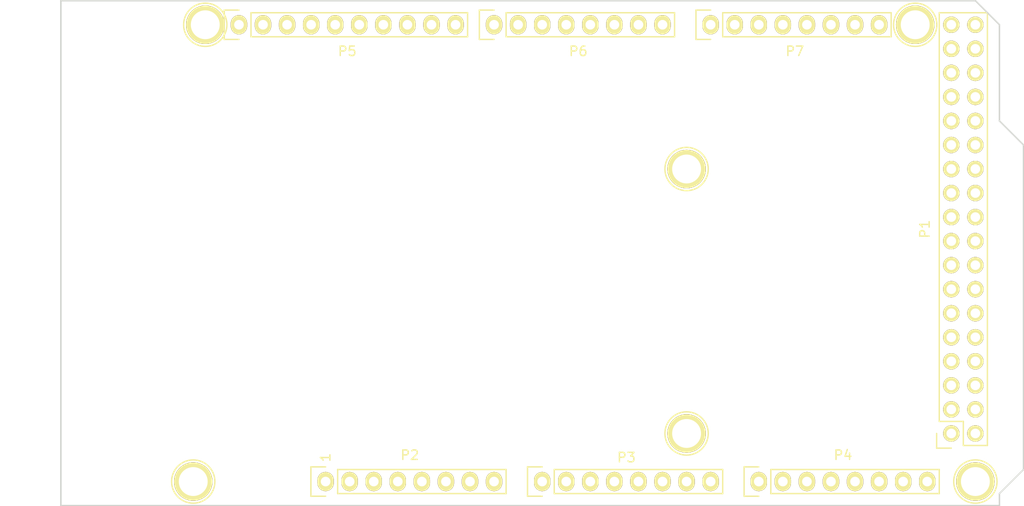
<source format=kicad_pcb>
(kicad_pcb (version 20221018) (generator pcbnew)
  (title_block (date "mar. 31 mars 2015"))
  (layers (0 "F.Cu" signal) (31 "B.Cu" signal) (34 "B.Paste" user) (35 "F.Paste" user) (36 "B.SilkS" user "B.Silkscreen") (37 "F.SilkS" user "F.Silkscreen") (38 "B.Mask" user) (39 "F.Mask" user) (44 "Edge.Cuts" user))
  (net 0 "")
  (net 1 "GND")
  (net 2 "/52(SCK)")
  (net 3 "/53(SS)")
  (net 4 "/50(MISO)")
  (net 5 "/51(MOSI)")
  (net 6 "/48")
  (net 7 "/49")
  (net 8 "/46")
  (net 9 "/47")
  (net 10 "/44")
  (net 11 "/45")
  (net 12 "/42")
  (net 13 "/43")
  (net 14 "/40")
  (net 15 "/41")
  (net 16 "/38")
  (net 17 "/39")
  (net 18 "/36")
  (net 19 "/37")
  (net 20 "/34")
  (net 21 "/35")
  (net 22 "/32")
  (net 23 "/33")
  (net 24 "/30")
  (net 25 "/31")
  (net 26 "/28")
  (net 27 "/29")
  (net 28 "/26")
  (net 29 "/27")
  (net 30 "/24")
  (net 31 "/25")
  (net 32 "/22")
  (net 33 "/23")
  (net 34 "+5V")
  (net 35 "/IOREF")
  (net 36 "/Reset")
  (net 37 "/Vin")
  (net 38 "/A0")
  (net 39 "/A1")
  (net 40 "/A2")
  (net 41 "/A3")
  (net 42 "/A4")
  (net 43 "/A5")
  (net 44 "/A6")
  (net 45 "/A7")
  (net 46 "/A8")
  (net 47 "/A9")
  (net 48 "/A10")
  (net 49 "/A11")
  (net 50 "/A12")
  (net 51 "/A13")
  (net 52 "/A14")
  (net 53 "/A15")
  (net 54 "/SCL")
  (net 55 "/SDA")
  (net 56 "/AREF")
  (net 57 "/13(**)")
  (net 58 "/12(**)")
  (net 59 "/11(**)")
  (net 60 "/10(**)")
  (net 61 "/9(**)")
  (net 62 "/8(**)")
  (net 63 "/7(**)")
  (net 64 "/6(**)")
  (net 65 "/5(**)")
  (net 66 "/4(**)")
  (net 67 "/3(**)")
  (net 68 "/2(**)")
  (net 69 "/20(SDA)")
  (net 70 "/21(SCL)")
  (net 71 "Net-(P8-Pad1)")
  (net 72 "Net-(P9-Pad1)")
  (net 73 "Net-(P10-Pad1)")
  (net 74 "Net-(P11-Pad1)")
  (net 75 "Net-(P12-Pad1)")
  (net 76 "Net-(P13-Pad1)")
  (net 77 "Net-(P2-Pad1)")
  (net 78 "+3V3")
  (net 79 "/1(Tx0)")
  (net 80 "/0(Rx0)")
  (net 81 "/14(Tx3)")
  (net 82 "/15(Rx3)")
  (net 83 "/16(Tx2)")
  (net 84 "/17(Rx2)")
  (net 85 "/18(Tx1)")
  (net 86 "/19(Rx1)")
  (footprint "Socket_Arduino_Mega:Socket_Strip_Arduino_2x18" (layer "F.Cu") (at 197.358 114.046 90)
    (fp_text reference "P1" (at 21.59 -2.794 90) (layer "F.SilkS"))
    (fp_text value "Digital")
    (fp_line (start -1.55 -1.55) (end -1.55 0) (stroke (width 0.15)) (layer "F.SilkS"))
    (fp_line (start -1.27 1.27) (end 1.27 1.27) (stroke (width 0.15)) (layer "F.SilkS"))
    (fp_line (start -1.27 3.81) (end -1.27 1.27) (stroke (width 0.15)) (layer "F.SilkS"))
    (fp_line (start -1.27 3.81) (end 44.45 3.81) (stroke (width 0.15)) (layer "F.SilkS"))
    (fp_line (start 0 -1.55) (end -1.55 -1.55) (stroke (width 0.15)) (layer "F.SilkS"))
    (fp_line (start 1.27 1.27) (end 1.27 -1.27) (stroke (width 0.15)) (layer "F.SilkS"))
    (fp_line (start 44.45 -1.27) (end 1.27 -1.27) (stroke (width 0.15)) (layer "F.SilkS"))
    (fp_line (start 44.45 3.81) (end 44.45 -1.27) (stroke (width 0.15)) (layer "F.SilkS"))
    (pad "1" thru_hole circle locked (at 0 0 90) (size 1.7272 1.7272) (drill 1.016) (layers "*.Cu" "*.Mask" "F.SilkS") (net 1 "GND"))
    (pad "2" thru_hole oval locked (at 0 2.54 90) (size 1.7272 1.7272) (drill 1.016) (layers "*.Cu" "*.Mask" "F.SilkS") (net 1 "GND"))
    (pad "3" thru_hole oval locked (at 2.54 0 90) (size 1.7272 1.7272) (drill 1.016) (layers "*.Cu" "*.Mask" "F.SilkS") (net 2 "/52(SCK)"))
    (pad "4" thru_hole oval locked (at 2.54 2.54 90) (size 1.7272 1.7272) (drill 1.016) (layers "*.Cu" "*.Mask" "F.SilkS") (net 3 "/53(SS)"))
    (pad "5" thru_hole oval locked (at 5.08 0 90) (size 1.7272 1.7272) (drill 1.016) (layers "*.Cu" "*.Mask" "F.SilkS") (net 4 "/50(MISO)"))
    (pad "6" thru_hole oval locked (at 5.08 2.54 90) (size 1.7272 1.7272) (drill 1.016) (layers "*.Cu" "*.Mask" "F.SilkS") (net 5 "/51(MOSI)"))
    (pad "7" thru_hole oval locked (at 7.62 0 90) (size 1.7272 1.7272) (drill 1.016) (layers "*.Cu" "*.Mask" "F.SilkS") (net 6 "/48"))
    (pad "8" thru_hole oval locked (at 7.62 2.54 90) (size 1.7272 1.7272) (drill 1.016) (layers "*.Cu" "*.Mask" "F.SilkS") (net 7 "/49"))
    (pad "9" thru_hole oval locked (at 10.16 0 90) (size 1.7272 1.7272) (drill 1.016) (layers "*.Cu" "*.Mask" "F.SilkS") (net 8 "/46"))
    (pad "10" thru_hole oval locked (at 10.16 2.54 90) (size 1.7272 1.7272) (drill 1.016) (layers "*.Cu" "*.Mask" "F.SilkS") (net 9 "/47"))
    (pad "11" thru_hole oval locked (at 12.7 0 90) (size 1.7272 1.7272) (drill 1.016) (layers "*.Cu" "*.Mask" "F.SilkS") (net 10 "/44"))
    (pad "12" thru_hole oval locked (at 12.7 2.54 90) (size 1.7272 1.7272) (drill 1.016) (layers "*.Cu" "*.Mask" "F.SilkS") (net 11 "/45"))
    (pad "13" thru_hole oval locked (at 15.24 0 90) (size 1.7272 1.7272) (drill 1.016) (layers "*.Cu" "*.Mask" "F.SilkS") (net 12 "/42"))
    (pad "14" thru_hole oval locked (at 15.24 2.54 90) (size 1.7272 1.7272) (drill 1.016) (layers "*.Cu" "*.Mask" "F.SilkS") (net 13 "/43"))
    (pad "15" thru_hole oval locked (at 17.78 0 90) (size 1.7272 1.7272) (drill 1.016) (layers "*.Cu" "*.Mask" "F.SilkS") (net 14 "/40"))
    (pad "16" thru_hole oval locked (at 17.78 2.54 90) (size 1.7272 1.7272) (drill 1.016) (layers "*.Cu" "*.Mask" "F.SilkS") (net 15 "/41"))
    (pad "17" thru_hole oval locked (at 20.32 0 90) (size 1.7272 1.7272) (drill 1.016) (layers "*.Cu" "*.Mask" "F.SilkS") (net 16 "/38"))
    (pad "18" thru_hole oval locked (at 20.32 2.54 90) (size 1.7272 1.7272) (drill 1.016) (layers "*.Cu" "*.Mask" "F.SilkS") (net 17 "/39"))
    (pad "19" thru_hole oval locked (at 22.86 0 90) (size 1.7272 1.7272) (drill 1.016) (layers "*.Cu" "*.Mask" "F.SilkS") (net 18 "/36"))
    (pad "20" thru_hole oval locked (at 22.86 2.54 90) (size 1.7272 1.7272) (drill 1.016) (layers "*.Cu" "*.Mask" "F.SilkS") (net 19 "/37"))
    (pad "21" thru_hole oval locked (at 25.4 0 90) (size 1.7272 1.7272) (drill 1.016) (layers "*.Cu" "*.Mask" "F.SilkS") (net 20 "/34"))
    (pad "22" thru_hole oval locked (at 25.4 2.54 90) (size 1.7272 1.7272) (drill 1.016) (layers "*.Cu" "*.Mask" "F.SilkS") (net 21 "/35"))
    (pad "23" thru_hole oval locked (at 27.94 0 90) (size 1.7272 1.7272) (drill 1.016) (layers "*.Cu" "*.Mask" "F.SilkS") (net 22 "/32"))
    (pad "24" thru_hole oval locked (at 27.94 2.54 90) (size 1.7272 1.7272) (drill 1.016) (layers "*.Cu" "*.Mask" "F.SilkS") (net 23 "/33"))
    (pad "25" thru_hole oval locked (at 30.48 0 90) (size 1.7272 1.7272) (drill 1.016) (layers "*.Cu" "*.Mask" "F.SilkS") (net 24 "/30"))
    (pad "26" thru_hole oval locked (at 30.48 2.54 90) (size 1.7272 1.7272) (drill 1.016) (layers "*.Cu" "*.Mask" "F.SilkS") (net 25 "/31"))
    (pad "27" thru_hole oval locked (at 33.02 0 90) (size 1.7272 1.7272) (drill 1.016) (layers "*.Cu" "*.Mask" "F.SilkS") (net 26 "/28"))
    (pad "28" thru_hole oval locked (at 33.02 2.54 90) (size 1.7272 1.7272) (drill 1.016) (layers "*.Cu" "*.Mask" "F.SilkS") (net 27 "/29"))
    (pad "29" thru_hole oval locked (at 35.56 0 90) (size 1.7272 1.7272) (drill 1.016) (layers "*.Cu" "*.Mask" "F.SilkS") (net 28 "/26"))
    (pad "30" thru_hole oval locked (at 35.56 2.54 90) (size 1.7272 1.7272) (drill 1.016) (layers "*.Cu" "*.Mask" "F.SilkS") (net 29 "/27"))
    (pad "31" thru_hole oval locked (at 38.1 0 90) (size 1.7272 1.7272) (drill 1.016) (layers "*.Cu" "*.Mask" "F.SilkS") (net 30 "/24"))
    (pad "32" thru_hole oval locked (at 38.1 2.54 90) (size 1.7272 1.7272) (drill 1.016) (layers "*.Cu" "*.Mask" "F.SilkS") (net 31 "/25"))
    (pad "33" thru_hole oval locked (at 40.64 0 90) (size 1.7272 1.7272) (drill 1.016) (layers "*.Cu" "*.Mask" "F.SilkS") (net 32 "/22"))
    (pad "34" thru_hole oval locked (at 40.64 2.54 90) (size 1.7272 1.7272) (drill 1.016) (layers "*.Cu" "*.Mask" "F.SilkS") (net 33 "/23"))
    (pad "35" thru_hole oval locked (at 43.18 0 90) (size 1.7272 1.7272) (drill 1.016) (layers "*.Cu" "*.Mask" "F.SilkS") (net 34 "+5V"))
    (pad "36" thru_hole oval locked (at 43.18 2.54 90) (size 1.7272 1.7272) (drill 1.016) (layers "*.Cu" "*.Mask" "F.SilkS") (net 34 "+5V"))
  )
  (footprint "Socket_Arduino_Mega:Socket_Strip_Arduino_1x08" (layer "F.Cu") (at 131.318 119.126)
    (fp_text reference "P2" (at 8.89 -2.794) (layer "F.SilkS"))
    (fp_text value "Power")
    (fp_line (start -1.55 -1.55) (end -1.55 1.55) (stroke (width 0.15)) (layer "F.SilkS"))
    (fp_line (start -1.55 1.55) (end 0 1.55) (stroke (width 0.15)) (layer "F.SilkS"))
    (fp_line (start 0 -1.55) (end -1.55 -1.55) (stroke (width 0.15)) (layer "F.SilkS"))
    (fp_line (start 1.27 1.27) (end 1.27 -1.27) (stroke (width 0.15)) (layer "F.SilkS"))
    (fp_line (start 1.27 1.27) (end 19.05 1.27) (stroke (width 0.15)) (layer "F.SilkS"))
    (fp_line (start 19.05 -1.27) (end 1.27 -1.27) (stroke (width 0.15)) (layer "F.SilkS"))
    (fp_line (start 19.05 1.27) (end 19.05 -1.27) (stroke (width 0.15)) (layer "F.SilkS"))
    (pad "1" thru_hole oval locked (at 0 0) (size 1.7272 2.032) (drill 1.016) (layers "*.Cu" "*.Mask" "F.SilkS") (net 77 "Net-(P2-Pad1)"))
    (pad "2" thru_hole oval locked (at 2.54 0) (size 1.7272 2.032) (drill 1.016) (layers "*.Cu" "*.Mask" "F.SilkS") (net 35 "/IOREF"))
    (pad "3" thru_hole oval locked (at 5.08 0) (size 1.7272 2.032) (drill 1.016) (layers "*.Cu" "*.Mask" "F.SilkS") (net 36 "/Reset"))
    (pad "4" thru_hole oval locked (at 7.62 0) (size 1.7272 2.032) (drill 1.016) (layers "*.Cu" "*.Mask" "F.SilkS") (net 78 "+3V3"))
    (pad "5" thru_hole oval locked (at 10.16 0) (size 1.7272 2.032) (drill 1.016) (layers "*.Cu" "*.Mask" "F.SilkS") (net 34 "+5V"))
    (pad "6" thru_hole oval locked (at 12.7 0) (size 1.7272 2.032) (drill 1.016) (layers "*.Cu" "*.Mask" "F.SilkS") (net 1 "GND"))
    (pad "7" thru_hole oval locked (at 15.24 0) (size 1.7272 2.032) (drill 1.016) (layers "*.Cu" "*.Mask" "F.SilkS") (net 1 "GND"))
    (pad "8" thru_hole oval locked (at 17.78 0) (size 1.7272 2.032) (drill 1.016) (layers "*.Cu" "*.Mask" "F.SilkS") (net 37 "/Vin"))
  )
  (footprint "Socket_Arduino_Mega:Socket_Strip_Arduino_1x08" (layer "F.Cu") (at 154.178 119.126)
    (fp_text reference "P3" (at 8.89 -2.54) (layer "F.SilkS"))
    (fp_text value "Analog")
    (fp_line (start -1.55 -1.55) (end -1.55 1.55) (stroke (width 0.15)) (layer "F.SilkS"))
    (fp_line (start -1.55 1.55) (end 0 1.55) (stroke (width 0.15)) (layer "F.SilkS"))
    (fp_line (start 0 -1.55) (end -1.55 -1.55) (stroke (width 0.15)) (layer "F.SilkS"))
    (fp_line (start 1.27 1.27) (end 1.27 -1.27) (stroke (width 0.15)) (layer "F.SilkS"))
    (fp_line (start 1.27 1.27) (end 19.05 1.27) (stroke (width 0.15)) (layer "F.SilkS"))
    (fp_line (start 19.05 -1.27) (end 1.27 -1.27) (stroke (width 0.15)) (layer "F.SilkS"))
    (fp_line (start 19.05 1.27) (end 19.05 -1.27) (stroke (width 0.15)) (layer "F.SilkS"))
    (pad "1" thru_hole oval locked (at 0 0) (size 1.7272 2.032) (drill 1.016) (layers "*.Cu" "*.Mask" "F.SilkS") (net 38 "/A0"))
    (pad "2" thru_hole oval locked (at 2.54 0) (size 1.7272 2.032) (drill 1.016) (layers "*.Cu" "*.Mask" "F.SilkS") (net 39 "/A1"))
    (pad "3" thru_hole oval locked (at 5.08 0) (size 1.7272 2.032) (drill 1.016) (layers "*.Cu" "*.Mask" "F.SilkS") (net 40 "/A2"))
    (pad "4" thru_hole oval locked (at 7.62 0) (size 1.7272 2.032) (drill 1.016) (layers "*.Cu" "*.Mask" "F.SilkS") (net 41 "/A3"))
    (pad "5" thru_hole oval locked (at 10.16 0) (size 1.7272 2.032) (drill 1.016) (layers "*.Cu" "*.Mask" "F.SilkS") (net 42 "/A4"))
    (pad "6" thru_hole oval locked (at 12.7 0) (size 1.7272 2.032) (drill 1.016) (layers "*.Cu" "*.Mask" "F.SilkS") (net 43 "/A5"))
    (pad "7" thru_hole oval locked (at 15.24 0) (size 1.7272 2.032) (drill 1.016) (layers "*.Cu" "*.Mask" "F.SilkS") (net 44 "/A6"))
    (pad "8" thru_hole oval locked (at 17.78 0) (size 1.7272 2.032) (drill 1.016) (layers "*.Cu" "*.Mask" "F.SilkS") (net 45 "/A7"))
  )
  (footprint "Socket_Arduino_Mega:Socket_Strip_Arduino_1x08" (layer "F.Cu") (at 177.038 119.126)
    (fp_text reference "P4" (at 8.89 -2.794) (layer "F.SilkS"))
    (fp_text value "Analog")
    (fp_line (start -1.55 -1.55) (end -1.55 1.55) (stroke (width 0.15)) (layer "F.SilkS"))
    (fp_line (start -1.55 1.55) (end 0 1.55) (stroke (width 0.15)) (layer "F.SilkS"))
    (fp_line (start 0 -1.55) (end -1.55 -1.55) (stroke (width 0.15)) (layer "F.SilkS"))
    (fp_line (start 1.27 1.27) (end 1.27 -1.27) (stroke (width 0.15)) (layer "F.SilkS"))
    (fp_line (start 1.27 1.27) (end 19.05 1.27) (stroke (width 0.15)) (layer "F.SilkS"))
    (fp_line (start 19.05 -1.27) (end 1.27 -1.27) (stroke (width 0.15)) (layer "F.SilkS"))
    (fp_line (start 19.05 1.27) (end 19.05 -1.27) (stroke (width 0.15)) (layer "F.SilkS"))
    (pad "1" thru_hole oval locked (at 0 0) (size 1.7272 2.032) (drill 1.016) (layers "*.Cu" "*.Mask" "F.SilkS") (net 46 "/A8"))
    (pad "2" thru_hole oval locked (at 2.54 0) (size 1.7272 2.032) (drill 1.016) (layers "*.Cu" "*.Mask" "F.SilkS") (net 47 "/A9"))
    (pad "3" thru_hole oval locked (at 5.08 0) (size 1.7272 2.032) (drill 1.016) (layers "*.Cu" "*.Mask" "F.SilkS") (net 48 "/A10"))
    (pad "4" thru_hole oval locked (at 7.62 0) (size 1.7272 2.032) (drill 1.016) (layers "*.Cu" "*.Mask" "F.SilkS") (net 49 "/A11"))
    (pad "5" thru_hole oval locked (at 10.16 0) (size 1.7272 2.032) (drill 1.016) (layers "*.Cu" "*.Mask" "F.SilkS") (net 50 "/A12"))
    (pad "6" thru_hole oval locked (at 12.7 0) (size 1.7272 2.032) (drill 1.016) (layers "*.Cu" "*.Mask" "F.SilkS") (net 51 "/A13"))
    (pad "7" thru_hole oval locked (at 15.24 0) (size 1.7272 2.032) (drill 1.016) (layers "*.Cu" "*.Mask" "F.SilkS") (net 52 "/A14"))
    (pad "8" thru_hole oval locked (at 17.78 0) (size 1.7272 2.032) (drill 1.016) (layers "*.Cu" "*.Mask" "F.SilkS") (net 53 "/A15"))
  )
  (footprint "Socket_Arduino_Mega:Socket_Strip_Arduino_1x10" (layer "F.Cu") (at 122.174 70.866)
    (fp_text reference "P5" (at 11.43 2.794) (layer "F.SilkS"))
    (fp_text value "PWM")
    (fp_line (start -1.55 -1.55) (end -1.55 1.55) (stroke (width 0.15)) (layer "F.SilkS"))
    (fp_line (start -1.55 1.55) (end 0 1.55) (stroke (width 0.15)) (layer "F.SilkS"))
    (fp_line (start 0 -1.55) (end -1.55 -1.55) (stroke (width 0.15)) (layer "F.SilkS"))
    (fp_line (start 1.27 1.27) (end 1.27 -1.27) (stroke (width 0.15)) (layer "F.SilkS"))
    (fp_line (start 1.27 1.27) (end 24.13 1.27) (stroke (width 0.15)) (layer "F.SilkS"))
    (fp_line (start 24.13 -1.27) (end 1.27 -1.27) (stroke (width 0.15)) (layer "F.SilkS"))
    (fp_line (start 24.13 1.27) (end 24.13 -1.27) (stroke (width 0.15)) (layer "F.SilkS"))
    (pad "1" thru_hole oval locked (at 0 0) (size 1.7272 2.032) (drill 1.016) (layers "*.Cu" "*.Mask" "F.SilkS") (net 54 "/SCL"))
    (pad "2" thru_hole oval locked (at 2.54 0) (size 1.7272 2.032) (drill 1.016) (layers "*.Cu" "*.Mask" "F.SilkS") (net 55 "/SDA"))
    (pad "3" thru_hole oval locked (at 5.08 0) (size 1.7272 2.032) (drill 1.016) (layers "*.Cu" "*.Mask" "F.SilkS") (net 56 "/AREF"))
    (pad "4" thru_hole oval locked (at 7.62 0) (size 1.7272 2.032) (drill 1.016) (layers "*.Cu" "*.Mask" "F.SilkS") (net 1 "GND"))
    (pad "5" thru_hole oval locked (at 10.16 0) (size 1.7272 2.032) (drill 1.016) (layers "*.Cu" "*.Mask" "F.SilkS") (net 57 "/13(**)"))
    (pad "6" thru_hole oval locked (at 12.7 0) (size 1.7272 2.032) (drill 1.016) (layers "*.Cu" "*.Mask" "F.SilkS") (net 58 "/12(**)"))
    (pad "7" thru_hole oval locked (at 15.24 0) (size 1.7272 2.032) (drill 1.016) (layers "*.Cu" "*.Mask" "F.SilkS") (net 59 "/11(**)"))
    (pad "8" thru_hole oval locked (at 17.78 0) (size 1.7272 2.032) (drill 1.016) (layers "*.Cu" "*.Mask" "F.SilkS") (net 60 "/10(**)"))
    (pad "9" thru_hole oval locked (at 20.32 0) (size 1.7272 2.032) (drill 1.016) (layers "*.Cu" "*.Mask" "F.SilkS") (net 61 "/9(**)"))
    (pad "10" thru_hole oval locked (at 22.86 0) (size 1.7272 2.032) (drill 1.016) (layers "*.Cu" "*.Mask" "F.SilkS") (net 62 "/8(**)"))
  )
  (footprint "Socket_Arduino_Mega:Socket_Strip_Arduino_1x08" (layer "F.Cu") (at 149.098 70.866)
    (fp_text reference "P6" (at 8.89 2.794) (layer "F.SilkS"))
    (fp_text value "PWM")
    (fp_line (start -1.55 -1.55) (end -1.55 1.55) (stroke (width 0.15)) (layer "F.SilkS"))
    (fp_line (start -1.55 1.55) (end 0 1.55) (stroke (width 0.15)) (layer "F.SilkS"))
    (fp_line (start 0 -1.55) (end -1.55 -1.55) (stroke (width 0.15)) (layer "F.SilkS"))
    (fp_line (start 1.27 1.27) (end 1.27 -1.27) (stroke (width 0.15)) (layer "F.SilkS"))
    (fp_line (start 1.27 1.27) (end 19.05 1.27) (stroke (width 0.15)) (layer "F.SilkS"))
    (fp_line (start 19.05 -1.27) (end 1.27 -1.27) (stroke (width 0.15)) (layer "F.SilkS"))
    (fp_line (start 19.05 1.27) (end 19.05 -1.27) (stroke (width 0.15)) (layer "F.SilkS"))
    (pad "1" thru_hole oval locked (at 0 0) (size 1.7272 2.032) (drill 1.016) (layers "*.Cu" "*.Mask" "F.SilkS") (net 63 "/7(**)"))
    (pad "2" thru_hole oval locked (at 2.54 0) (size 1.7272 2.032) (drill 1.016) (layers "*.Cu" "*.Mask" "F.SilkS") (net 64 "/6(**)"))
    (pad "3" thru_hole oval locked (at 5.08 0) (size 1.7272 2.032) (drill 1.016) (layers "*.Cu" "*.Mask" "F.SilkS") (net 65 "/5(**)"))
    (pad "4" thru_hole oval locked (at 7.62 0) (size 1.7272 2.032) (drill 1.016) (layers "*.Cu" "*.Mask" "F.SilkS") (net 66 "/4(**)"))
    (pad "5" thru_hole oval locked (at 10.16 0) (size 1.7272 2.032) (drill 1.016) (layers "*.Cu" "*.Mask" "F.SilkS") (net 67 "/3(**)"))
    (pad "6" thru_hole oval locked (at 12.7 0) (size 1.7272 2.032) (drill 1.016) (layers "*.Cu" "*.Mask" "F.SilkS") (net 68 "/2(**)"))
    (pad "7" thru_hole oval locked (at 15.24 0) (size 1.7272 2.032) (drill 1.016) (layers "*.Cu" "*.Mask" "F.SilkS") (net 79 "/1(Tx0)"))
    (pad "8" thru_hole oval locked (at 17.78 0) (size 1.7272 2.032) (drill 1.016) (layers "*.Cu" "*.Mask" "F.SilkS") (net 80 "/0(Rx0)"))
  )
  (footprint "Socket_Arduino_Mega:Socket_Strip_Arduino_1x08" (layer "F.Cu") (at 171.958 70.866)
    (fp_text reference "P7" (at 8.89 2.794) (layer "F.SilkS"))
    (fp_text value "Communication")
    (fp_line (start -1.55 -1.55) (end -1.55 1.55) (stroke (width 0.15)) (layer "F.SilkS"))
    (fp_line (start -1.55 1.55) (end 0 1.55) (stroke (width 0.15)) (layer "F.SilkS"))
    (fp_line (start 0 -1.55) (end -1.55 -1.55) (stroke (width 0.15)) (layer "F.SilkS"))
    (fp_line (start 1.27 1.27) (end 1.27 -1.27) (stroke (width 0.15)) (layer "F.SilkS"))
    (fp_line (start 1.27 1.27) (end 19.05 1.27) (stroke (width 0.15)) (layer "F.SilkS"))
    (fp_line (start 19.05 -1.27) (end 1.27 -1.27) (stroke (width 0.15)) (layer "F.SilkS"))
    (fp_line (start 19.05 1.27) (end 19.05 -1.27) (stroke (width 0.15)) (layer "F.SilkS"))
    (pad "1" thru_hole oval locked (at 0 0) (size 1.7272 2.032) (drill 1.016) (layers "*.Cu" "*.Mask" "F.SilkS") (net 81 "/14(Tx3)"))
    (pad "2" thru_hole oval locked (at 2.54 0) (size 1.7272 2.032) (drill 1.016) (layers "*.Cu" "*.Mask" "F.SilkS") (net 82 "/15(Rx3)"))
    (pad "3" thru_hole oval locked (at 5.08 0) (size 1.7272 2.032) (drill 1.016) (layers "*.Cu" "*.Mask" "F.SilkS") (net 83 "/16(Tx2)"))
    (pad "4" thru_hole oval locked (at 7.62 0) (size 1.7272 2.032) (drill 1.016) (layers "*.Cu" "*.Mask" "F.SilkS") (net 84 "/17(Rx2)"))
    (pad "5" thru_hole oval locked (at 10.16 0) (size 1.7272 2.032) (drill 1.016) (layers "*.Cu" "*.Mask" "F.SilkS") (net 85 "/18(Tx1)"))
    (pad "6" thru_hole oval locked (at 12.7 0) (size 1.7272 2.032) (drill 1.016) (layers "*.Cu" "*.Mask" "F.SilkS") (net 86 "/19(Rx1)"))
    (pad "7" thru_hole oval locked (at 15.24 0) (size 1.7272 2.032) (drill 1.016) (layers "*.Cu" "*.Mask" "F.SilkS") (net 69 "/20(SDA)"))
    (pad "8" thru_hole oval locked (at 17.78 0) (size 1.7272 2.032) (drill 1.016) (layers "*.Cu" "*.Mask" "F.SilkS") (net 70 "/21(SCL)"))
  )
  (footprint "Socket_Arduino_Mega:Arduino_1pin" (layer "F.Cu") (at 117.348 119.126)
    (fp_text reference "P8" hide)
    (fp_text value "CONN_01X01" hide)
    (fp_circle (center 0 0) (end 0 -2.286) (stroke (width 0.15)) (fill none) (layer "F.SilkS"))
    (pad "1" thru_hole circle locked (at 0 0) (size 4.064 4.064) (drill 3.048) (layers "*.Cu" "*.Mask" "F.SilkS") (net 71 "Net-(P8-Pad1)"))
  )
  (footprint "Socket_Arduino_Mega:Arduino_1pin" (layer "F.Cu") (at 169.418 114.046)
    (fp_text reference "P9" hide)
    (fp_text value "CONN_01X01" hide)
    (fp_circle (center 0 0) (end 0 -2.286) (stroke (width 0.15)) (fill none) (layer "F.SilkS"))
    (pad "1" thru_hole circle locked (at 0 0) (size 4.064 4.064) (drill 3.048) (layers "*.Cu" "*.Mask" "F.SilkS") (net 72 "Net-(P9-Pad1)"))
  )
  (footprint "Socket_Arduino_Mega:Arduino_1pin" (layer "F.Cu") (at 199.898 119.126)
    (fp_text reference "P10" hide)
    (fp_text value "CONN_01X01" hide)
    (fp_circle (center 0 0) (end 0 -2.286) (stroke (width 0.15)) (fill none) (layer "F.SilkS"))
    (pad "1" thru_hole circle locked (at 0 0) (size 4.064 4.064) (drill 3.048) (layers "*.Cu" "*.Mask" "F.SilkS") (net 73 "Net-(P10-Pad1)"))
  )
  (footprint "Socket_Arduino_Mega:Arduino_1pin" (layer "F.Cu") (at 118.618 70.866)
    (fp_text reference "P11" hide)
    (fp_text value "CONN_01X01" hide)
    (fp_circle (center 0 0) (end 0 -2.286) (stroke (width 0.15)) (fill none) (layer "F.SilkS"))
    (pad "1" thru_hole circle locked (at 0 0) (size 4.064 4.064) (drill 3.048) (layers "*.Cu" "*.Mask" "F.SilkS") (net 74 "Net-(P11-Pad1)"))
  )
  (footprint "Socket_Arduino_Mega:Arduino_1pin" (layer "F.Cu") (at 169.418 86.106)
    (fp_text reference "P12" hide)
    (fp_text value "CONN_01X01" hide)
    (fp_circle (center 0 0) (end 0 -2.286) (stroke (width 0.15)) (fill none) (layer "F.SilkS"))
    (pad "1" thru_hole circle locked (at 0 0) (size 4.064 4.064) (drill 3.048) (layers "*.Cu" "*.Mask" "F.SilkS") (net 75 "Net-(P12-Pad1)"))
  )
  (footprint "Socket_Arduino_Mega:Arduino_1pin" (layer "F.Cu") (at 193.548 70.866)
    (fp_text reference "P13" hide)
    (fp_text value "CONN_01X01" hide)
    (fp_circle (center 0 0) (end 0 -2.286) (stroke (width 0.15)) (fill none) (layer "F.SilkS"))
    (pad "1" thru_hole circle locked (at 0 0) (size 4.064 4.064) (drill 3.048) (layers "*.Cu" "*.Mask" "F.SilkS") (net 76 "Net-(P13-Pad1)"))
  )
  (gr_line (start 204.978 83.566) (end 204.978 117.856) (stroke (width 0.15)) (layer "Edge.Cuts"))
  (gr_line (start 202.438 120.396) (end 202.438 121.666) (stroke (width 0.15)) (layer "Edge.Cuts"))
  (gr_line (start 202.438 70.866) (end 202.438 81.026) (stroke (width 0.15)) (layer "Edge.Cuts"))
  (gr_line (start 199.898 68.326) (end 202.438 70.866) (stroke (width 0.15)) (layer "Edge.Cuts"))
  (gr_line (start 202.438 81.026) (end 204.978 83.566) (stroke (width 0.15)) (layer "Edge.Cuts"))
  (gr_line (start 103.378 121.666) (end 103.378 68.326) (stroke (width 0.15)) (layer "Edge.Cuts"))
  (gr_line (start 103.378 68.326) (end 199.898 68.326) (stroke (width 0.15)) (layer "Edge.Cuts"))
  (gr_line (start 204.978 117.856) (end 202.438 120.396) (stroke (width 0.15)) (layer "Edge.Cuts"))
  (gr_line (start 202.438 121.666) (end 103.378 121.666) (stroke (width 0.15)) (layer "Edge.Cuts"))
  (gr_text "1" (at 131.318 116.586 90) (layer "F.SilkS") (effects (font (size 1 1))))
)
</source>
